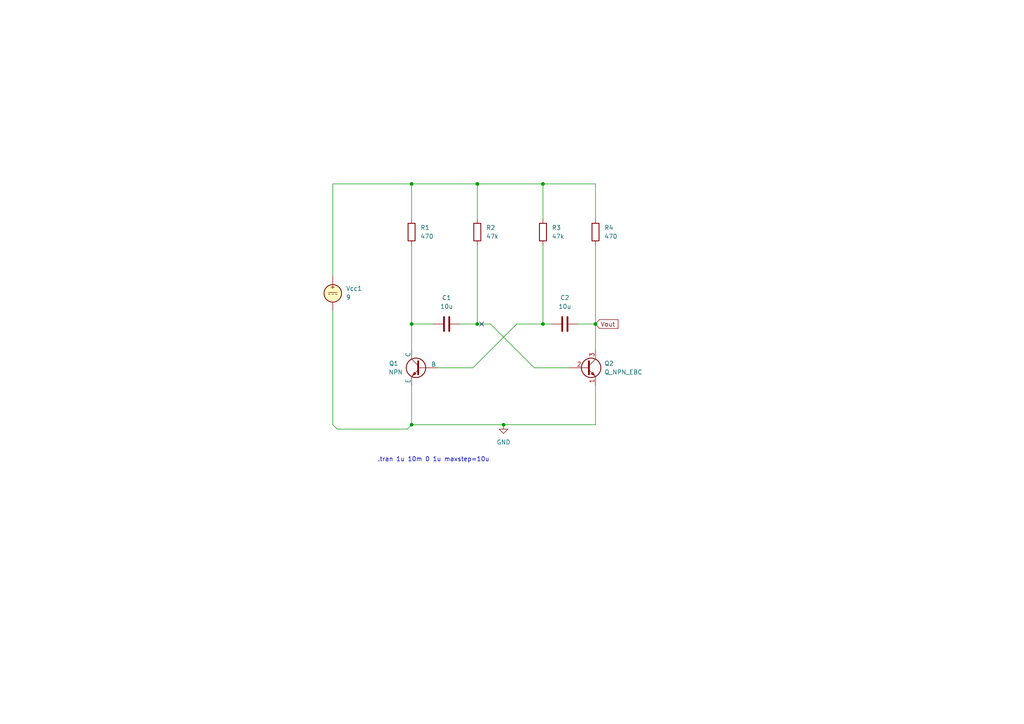
<source format=kicad_sch>
(kicad_sch (version 20231120) (generator "eeschema") (generator_version "8.0")
  (paper "A4")
  (lib_symbols
    (symbol "Device:C" (pin_numbers hide) (pin_names (offset 0.254))
      (property "Reference" "C" (at 0.635 2.54 0))
      (property "Value" "C" (at 0.635 -2.54 0))
      (symbol "C_0_1"
        (polyline (pts (xy -2.032 -0.762) (xy 2.032 -0.762)) (stroke (width 0.508)))
        (polyline (pts (xy -2.032 0.762) (xy 2.032 0.762)) (stroke (width 0.508)))
      )
      (symbol "C_1_1"
        (pin passive line (at 0 3.81 270) (length 2.794) (name "~") (number "1"))
        (pin passive line (at 0 -3.81 90) (length 2.794) (name "~") (number "2"))
      )
    )
    (symbol "Device:Q_NPN_EBC" (pin_names (offset 0) hide)
      (property "Reference" "Q" (at 5.08 1.27 0))
      (property "Value" "Q_NPN_EBC" (at 5.08 -1.27 0))
      (symbol "Q_NPN_EBC_0_1"
        (polyline (pts (xy 0.635 0.635) (xy 2.54 2.54)))
        (polyline (pts (xy 0.635 -0.635) (xy 2.54 -2.54) (xy 2.54 -2.54)))
        (polyline (pts (xy 0.635 1.905) (xy 0.635 -1.905) (xy 0.635 -1.905)) (stroke (width 0.508)))
        (polyline (pts (xy 1.27 -1.778) (xy 1.778 -1.27) (xy 2.286 -2.286) (xy 1.27 -1.778) (xy 1.27 -1.778)) (fill (type outline)))
        (circle (center 1.27 0) (radius 2.8194) (stroke (width 0.254)))
      )
      (symbol "Q_NPN_EBC_1_1"
        (pin passive line (at 2.54 -5.08 90) (length 2.54) (name "E") (number "1"))
        (pin passive line (at -5.08 0 0) (length 5.715) (name "B") (number "2"))
        (pin passive line (at 2.54 5.08 270) (length 2.54) (name "C") (number "3"))
      )
    )
    (symbol "Device:R" (pin_numbers hide) (pin_names (offset 0))
      (property "Reference" "R" (at 2.032 0 90))
      (property "Value" "R" (at 0 0 90))
      (symbol "R_0_1"
        (rectangle (start -1.016 -2.54) (end 1.016 2.54) (stroke (width 0.254)))
      )
      (symbol "R_1_1"
        (pin passive line (at 0 3.81 270) (length 1.27) (name "~") (number "1"))
        (pin passive line (at 0 -3.81 90) (length 1.27) (name "~") (number "2"))
      )
    )
    (symbol "Simulation_SPICE:NPN" (pin_numbers hide) (pin_names (offset 0))
      (property "Reference" "Q" (at -2.54 7.62 0))
      (property "Value" "NPN" (at -2.54 5.08 0))
      (symbol "NPN_0_1"
        (polyline (pts (xy -2.54 0) (xy 0.635 0)) (stroke (width 0.1524)))
        (polyline (pts (xy 0.635 0.635) (xy 2.54 2.54)))
        (polyline (pts (xy 2.794 -1.27) (xy 2.794 -1.27)) (stroke (width 0.1524)))
        (polyline (pts (xy 2.794 -1.27) (xy 2.794 -1.27)) (stroke (width 0.1524)))
        (polyline (pts (xy 0.635 -0.635) (xy 2.54 -2.54) (xy 2.54 -2.54)))
        (polyline (pts (xy 0.635 1.905) (xy 0.635 -1.905) (xy 0.635 -1.905)) (stroke (width 0.508)))
        (polyline (pts (xy 1.27 -1.778) (xy 1.778 -1.27) (xy 2.286 -2.286) (xy 1.27 -1.778) (xy 1.27 -1.778)) (fill (type outline)))
        (circle (center 1.27 0) (radius 2.8194) (stroke (width 0.254)))
      )
      (symbol "NPN_1_1"
        (pin open_collector line (at 2.54 5.08 270) (length 2.54) (name "C") (number "1"))
        (pin input line (at -5.08 0 0) (length 2.54) (name "B") (number "2"))
        (pin open_emitter line (at 2.54 -5.08 90) (length 2.54) (name "E") (number "3"))
      )
    )
    (symbol "Simulation_SPICE:VDC" (pin_numbers hide) (pin_names (offset 0.0254))
      (property "Reference" "V" (at 2.54 2.54 0))
      (property "Value" "1" (at 2.54 0 0))
      (symbol "VDC_0_0"
        (polyline (pts (xy -1.27 0.254) (xy 1.27 0.254)))
        (polyline (pts (xy -0.762 -0.254) (xy -1.27 -0.254)))
        (polyline (pts (xy 0.254 -0.254) (xy -0.254 -0.254)))
        (polyline (pts (xy 1.27 -0.254) (xy 0.762 -0.254)))
        (text "+" (at 0 1.905 0) (effects (font (size 1.27 1.27))))
      )
      (symbol "VDC_0_1"
        (circle (center 0 0) (radius 2.54) (stroke (width 0.254)) (fill (type background)))
      )
      (symbol "VDC_1_1"
        (pin passive line (at 0 5.08 270) (length 2.54) (name "~") (number "1"))
        (pin passive line (at 0 -5.08 90) (length 2.54) (name "~") (number "2"))
      )
    )
    (symbol "power:GND" (power) (pin_numbers hide) (pin_names (offset 0) hide)
      (property "Value" "GND" (at 0 -3.81 0))
      (symbol "GND_0_1"
        (polyline (pts (xy 0 0) (xy 0 -1.27) (xy 1.27 -1.27) (xy 0 -2.54) (xy -1.27 -1.27) (xy 0 -1.27)))
      )
      (symbol "GND_1_1"
        (pin power_in line (at 0 0 270) (length 0) (name "~") (number "1"))
      )
    )
  )
  (junction (at 172.72 93.98))
  (junction (at 119.38 53.34))
  (junction (at 138.43 93.98))
  (junction (at 138.43 53.34))
  (junction (at 119.38 123.19))
  (junction (at 119.38 93.98))
  (junction (at 157.48 53.34))
  (junction (at 146.05 123.19))
  (junction (at 157.48 93.98))
  (no_connect (at 139.7 93.98))
  (wire (pts (xy 157.48 71.12) (xy 157.48 93.98)))
  (wire (pts (xy 119.38 93.98) (xy 125.73 93.98)))
  (wire (pts (xy 119.38 53.34) (xy 119.38 63.5)))
  (wire (pts (xy 172.72 71.12) (xy 172.72 93.98)))
  (wire (pts (xy 146.05 123.19) (xy 172.72 123.19)))
  (wire (pts (xy 138.43 71.12) (xy 138.43 93.98)))
  (wire (pts (xy 154.94 106.68) (xy 142.24 93.98)))
  (wire (pts (xy 167.64 93.98) (xy 172.72 93.98)))
  (wire (pts (xy 118.11 124.46) (xy 119.38 123.19)))
  (wire (pts (xy 157.48 53.34) (xy 172.72 53.34)))
  (wire (pts (xy 133.35 93.98) (xy 138.43 93.98)))
  (wire (pts (xy 165.1 106.68) (xy 154.94 106.68)))
  (wire (pts (xy 96.52 123.19) (xy 97.79 124.46)))
  (wire (pts (xy 172.72 111.76) (xy 172.72 123.19)))
  (wire (pts (xy 157.48 53.34) (xy 157.48 63.5)))
  (wire (pts (xy 172.72 93.98) (xy 172.72 101.6)))
  (wire (pts (xy 138.43 53.34) (xy 138.43 63.5)))
  (wire (pts (xy 138.43 93.98) (xy 142.24 93.98)))
  (wire (pts (xy 138.43 53.34) (xy 157.48 53.34)))
  (wire (pts (xy 97.79 124.46) (xy 118.11 124.46)))
  (wire (pts (xy 119.38 71.12) (xy 119.38 93.98)))
  (wire (pts (xy 127 106.68) (xy 137.16 106.68)))
  (wire (pts (xy 149.86 93.98) (xy 157.48 93.98)))
  (wire (pts (xy 96.52 53.34) (xy 119.38 53.34)))
  (wire (pts (xy 157.48 93.98) (xy 160.02 93.98)))
  (wire (pts (xy 119.38 101.6) (xy 119.38 93.98)))
  (wire (pts (xy 96.52 90.17) (xy 96.52 123.19)))
  (wire (pts (xy 119.38 53.34) (xy 138.43 53.34)))
  (wire (pts (xy 119.38 123.19) (xy 146.05 123.19)))
  (wire (pts (xy 172.72 53.34) (xy 172.72 63.5)))
  (wire (pts (xy 137.16 106.68) (xy 149.86 93.98)))
  (wire (pts (xy 96.52 53.34) (xy 96.52 80.01)))
  (wire (pts (xy 119.38 111.76) (xy 119.38 123.19)))
  (text ".tran 1u 10m 0 1u maxstep=10u" (at 125.73 133.35 0) (effects (font (size 1.27 1.27))))
  (global_label "Vout" (shape input) (at 172.72 93.98 0) (property "Intersheetrefs" "${INTERSHEET_REFS}" (effects (hide yes))))
  (symbol (lib_id "Simulation_SPICE:VDC") (at 96.52 85.09 0) (unit 1)
    (property "Reference" "Vcc1" (at 100.33 83.6901 0) (effects (justify left)))
    (property "Value" "9" (at 100.33 86.2301 0) (effects (justify left)))
    (property "Datasheet" "https://ngspice.sourceforge.io/docs/ngspice-html-manual/manual.xhtml#sec_Independent_Sources_for" (effects (hide yes)))
    (property "Description" "Voltage source, DC" (effects (hide yes)))
    (property "Sim.Pins" "1=+ 2=-" (effects (hide yes)))
    (property "Sim.Type" "DC" (effects (hide yes)))
    (property "Sim.Device" "V" (effects (hide yes)))
  )
  (symbol (lib_id "power:GND") (at 146.05 123.19 0) (unit 1)
    (property "Reference" "#PWR01" (effects (hide yes)))
    (property "Value" "GND" (at 146.05 128.27 0))
    (property "Description" "Power symbol creates a global label with name \"GND\" , ground" (effects (hide yes)))
  )
  (symbol (lib_id "Device:Q_NPN_EBC") (at 170.18 106.68 0) (unit 1)
    (property "Reference" "Q2" (at 175.26 105.4099 0) (effects (justify left)))
    (property "Value" "Q_NPN_EBC" (at 175.26 107.9499 0) (effects (justify left)))
    (property "Description" "NPN transistor, emitter/base/collector" (effects (hide yes)))
    (property "Sim.Device" "NPN" (effects (hide yes)))
    (property "Sim.Type" "GUMMELPOON" (effects (hide yes)))
    (property "Sim.Pins" "1=C 2=B 3=E" (effects (hide yes)))
  )
  (symbol (lib_id "Device:C") (at 129.54 93.98 90) (unit 1)
    (property "Reference" "C1" (at 129.54 86.36 90))
    (property "Value" "10u" (at 129.54 88.9 90))
    (property "Description" "Unpolarized capacitor" (effects (hide yes)))
    (property "Sim.Device" "C" (effects (hide yes)))
    (property "Sim.Pins" "1=+ 2=-" (effects (hide yes)))
  )
  (symbol (lib_id "Device:R") (at 119.38 67.31 0) (unit 1)
    (property "Reference" "R1" (at 121.92 66.0399 0) (effects (justify left)))
    (property "Value" "470" (at 121.92 68.5799 0) (effects (justify left)))
    (property "Description" "Resistor" (effects (hide yes)))
  )
  (symbol (lib_id "Simulation_SPICE:NPN") (at 121.92 106.68 0) (mirror y) (unit 1)
    (property "Reference" "Q1" (at 115.57 105.41 0) (effects (justify left)))
    (property "Value" "NPN" (at 116.84 107.9499 0) (effects (justify left)))
    (property "Datasheet" "https://ngspice.sourceforge.io/docs/ngspice-html-manual/manual.xhtml#cha_BJTs" (effects (hide yes)))
    (property "Description" "Bipolar transistor symbol for simulation only, substrate tied to the emitter" (effects (hide yes)))
    (property "Sim.Device" "NPN" (effects (hide yes)))
    (property "Sim.Type" "GUMMELPOON" (effects (hide yes)))
    (property "Sim.Pins" "1=C 2=B 3=E" (effects (hide yes)))
  )
  (symbol (lib_id "Device:C") (at 163.83 93.98 90) (unit 1)
    (property "Reference" "C2" (at 163.83 86.36 90))
    (property "Value" "10u" (at 163.83 88.9 90))
    (property "Description" "Unpolarized capacitor" (effects (hide yes)))
  )
  (symbol (lib_id "Device:R") (at 157.48 67.31 0) (unit 1)
    (property "Reference" "R3" (at 160.02 66.0399 0) (effects (justify left)))
    (property "Value" "47k" (at 160.02 68.5799 0) (effects (justify left)))
    (property "Description" "Resistor" (effects (hide yes)))
  )
  (symbol (lib_id "Device:R") (at 172.72 67.31 0) (unit 1)
    (property "Reference" "R4" (at 175.26 66.0399 0) (effects (justify left)))
    (property "Value" "470" (at 175.26 68.5799 0) (effects (justify left)))
    (property "Description" "Resistor" (effects (hide yes)))
  )
  (symbol (lib_id "Device:R") (at 138.43 67.31 0) (unit 1)
    (property "Reference" "R2" (at 140.97 66.0399 0) (effects (justify left)))
    (property "Value" "47k" (at 140.97 68.5799 0) (effects (justify left)))
    (property "Description" "Resistor" (effects (hide yes)))
  )
)
</source>
